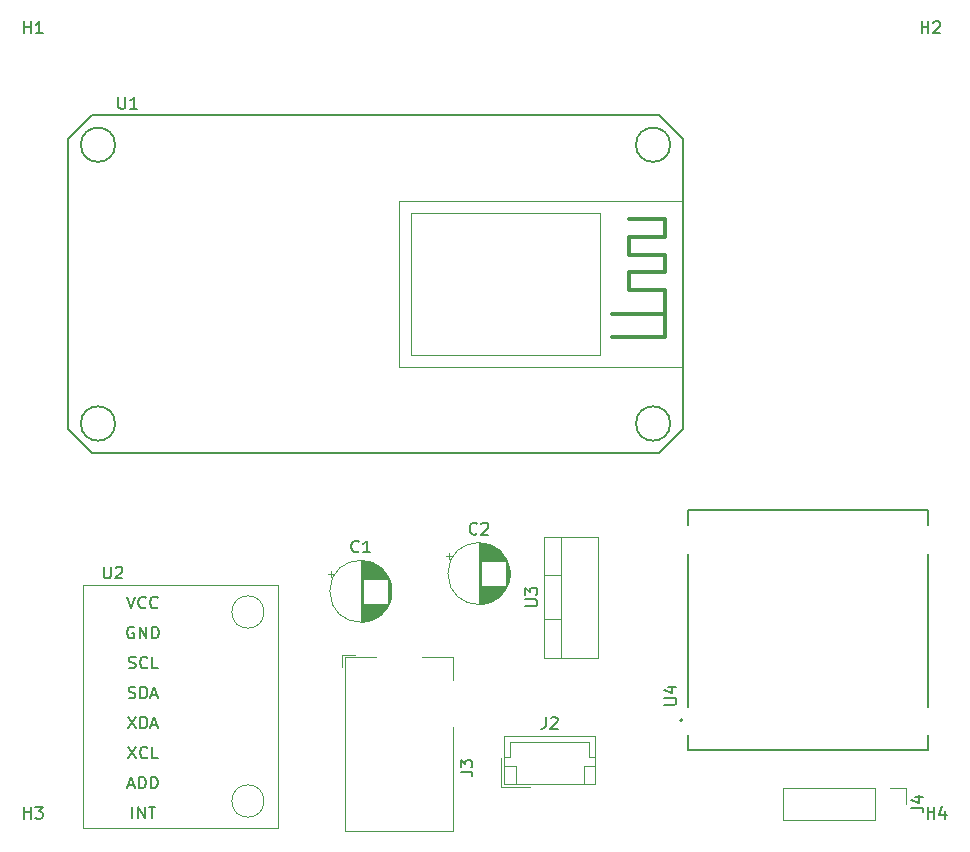
<source format=gbr>
%TF.GenerationSoftware,KiCad,Pcbnew,9.0.1-9.0.1-0~ubuntu22.04.1*%
%TF.CreationDate,2025-05-01T16:45:02+02:00*%
%TF.ProjectId,pcb,7063622e-6b69-4636-9164-5f7063625858,rev?*%
%TF.SameCoordinates,Original*%
%TF.FileFunction,Legend,Top*%
%TF.FilePolarity,Positive*%
%FSLAX46Y46*%
G04 Gerber Fmt 4.6, Leading zero omitted, Abs format (unit mm)*
G04 Created by KiCad (PCBNEW 9.0.1-9.0.1-0~ubuntu22.04.1) date 2025-05-01 16:45:02*
%MOMM*%
%LPD*%
G01*
G04 APERTURE LIST*
%ADD10C,0.150000*%
%ADD11C,0.120000*%
%ADD12C,0.127000*%
%ADD13C,0.200000*%
%ADD14C,0.300000*%
G04 APERTURE END LIST*
D10*
X190374819Y-115333333D02*
X191089104Y-115333333D01*
X191089104Y-115333333D02*
X191231961Y-115380952D01*
X191231961Y-115380952D02*
X191327200Y-115476190D01*
X191327200Y-115476190D02*
X191374819Y-115619047D01*
X191374819Y-115619047D02*
X191374819Y-115714285D01*
X190708152Y-114428571D02*
X191374819Y-114428571D01*
X190327200Y-114666666D02*
X191041485Y-114904761D01*
X191041485Y-114904761D02*
X191041485Y-114285714D01*
X191738095Y-116254819D02*
X191738095Y-115254819D01*
X191738095Y-115731009D02*
X192309523Y-115731009D01*
X192309523Y-116254819D02*
X192309523Y-115254819D01*
X193214285Y-115588152D02*
X193214285Y-116254819D01*
X192976190Y-115207200D02*
X192738095Y-115921485D01*
X192738095Y-115921485D02*
X193357142Y-115921485D01*
X115238095Y-116254819D02*
X115238095Y-115254819D01*
X115238095Y-115731009D02*
X115809523Y-115731009D01*
X115809523Y-116254819D02*
X115809523Y-115254819D01*
X116190476Y-115254819D02*
X116809523Y-115254819D01*
X116809523Y-115254819D02*
X116476190Y-115635771D01*
X116476190Y-115635771D02*
X116619047Y-115635771D01*
X116619047Y-115635771D02*
X116714285Y-115683390D01*
X116714285Y-115683390D02*
X116761904Y-115731009D01*
X116761904Y-115731009D02*
X116809523Y-115826247D01*
X116809523Y-115826247D02*
X116809523Y-116064342D01*
X116809523Y-116064342D02*
X116761904Y-116159580D01*
X116761904Y-116159580D02*
X116714285Y-116207200D01*
X116714285Y-116207200D02*
X116619047Y-116254819D01*
X116619047Y-116254819D02*
X116333333Y-116254819D01*
X116333333Y-116254819D02*
X116238095Y-116207200D01*
X116238095Y-116207200D02*
X116190476Y-116159580D01*
X191238095Y-49754819D02*
X191238095Y-48754819D01*
X191238095Y-49231009D02*
X191809523Y-49231009D01*
X191809523Y-49754819D02*
X191809523Y-48754819D01*
X192238095Y-48850057D02*
X192285714Y-48802438D01*
X192285714Y-48802438D02*
X192380952Y-48754819D01*
X192380952Y-48754819D02*
X192619047Y-48754819D01*
X192619047Y-48754819D02*
X192714285Y-48802438D01*
X192714285Y-48802438D02*
X192761904Y-48850057D01*
X192761904Y-48850057D02*
X192809523Y-48945295D01*
X192809523Y-48945295D02*
X192809523Y-49040533D01*
X192809523Y-49040533D02*
X192761904Y-49183390D01*
X192761904Y-49183390D02*
X192190476Y-49754819D01*
X192190476Y-49754819D02*
X192809523Y-49754819D01*
X115238095Y-49754819D02*
X115238095Y-48754819D01*
X115238095Y-49231009D02*
X115809523Y-49231009D01*
X115809523Y-49754819D02*
X115809523Y-48754819D01*
X116809523Y-49754819D02*
X116238095Y-49754819D01*
X116523809Y-49754819D02*
X116523809Y-48754819D01*
X116523809Y-48754819D02*
X116428571Y-48897676D01*
X116428571Y-48897676D02*
X116333333Y-48992914D01*
X116333333Y-48992914D02*
X116238095Y-49040533D01*
X143583333Y-93609580D02*
X143535714Y-93657200D01*
X143535714Y-93657200D02*
X143392857Y-93704819D01*
X143392857Y-93704819D02*
X143297619Y-93704819D01*
X143297619Y-93704819D02*
X143154762Y-93657200D01*
X143154762Y-93657200D02*
X143059524Y-93561961D01*
X143059524Y-93561961D02*
X143011905Y-93466723D01*
X143011905Y-93466723D02*
X142964286Y-93276247D01*
X142964286Y-93276247D02*
X142964286Y-93133390D01*
X142964286Y-93133390D02*
X143011905Y-92942914D01*
X143011905Y-92942914D02*
X143059524Y-92847676D01*
X143059524Y-92847676D02*
X143154762Y-92752438D01*
X143154762Y-92752438D02*
X143297619Y-92704819D01*
X143297619Y-92704819D02*
X143392857Y-92704819D01*
X143392857Y-92704819D02*
X143535714Y-92752438D01*
X143535714Y-92752438D02*
X143583333Y-92800057D01*
X144535714Y-93704819D02*
X143964286Y-93704819D01*
X144250000Y-93704819D02*
X144250000Y-92704819D01*
X144250000Y-92704819D02*
X144154762Y-92847676D01*
X144154762Y-92847676D02*
X144059524Y-92942914D01*
X144059524Y-92942914D02*
X143964286Y-92990533D01*
X122003095Y-94913819D02*
X122003095Y-95723342D01*
X122003095Y-95723342D02*
X122050714Y-95818580D01*
X122050714Y-95818580D02*
X122098333Y-95866200D01*
X122098333Y-95866200D02*
X122193571Y-95913819D01*
X122193571Y-95913819D02*
X122384047Y-95913819D01*
X122384047Y-95913819D02*
X122479285Y-95866200D01*
X122479285Y-95866200D02*
X122526904Y-95818580D01*
X122526904Y-95818580D02*
X122574523Y-95723342D01*
X122574523Y-95723342D02*
X122574523Y-94913819D01*
X123003095Y-95009057D02*
X123050714Y-94961438D01*
X123050714Y-94961438D02*
X123145952Y-94913819D01*
X123145952Y-94913819D02*
X123384047Y-94913819D01*
X123384047Y-94913819D02*
X123479285Y-94961438D01*
X123479285Y-94961438D02*
X123526904Y-95009057D01*
X123526904Y-95009057D02*
X123574523Y-95104295D01*
X123574523Y-95104295D02*
X123574523Y-95199533D01*
X123574523Y-95199533D02*
X123526904Y-95342390D01*
X123526904Y-95342390D02*
X122955476Y-95913819D01*
X122955476Y-95913819D02*
X123574523Y-95913819D01*
X124090714Y-106026200D02*
X124233571Y-106073819D01*
X124233571Y-106073819D02*
X124471666Y-106073819D01*
X124471666Y-106073819D02*
X124566904Y-106026200D01*
X124566904Y-106026200D02*
X124614523Y-105978580D01*
X124614523Y-105978580D02*
X124662142Y-105883342D01*
X124662142Y-105883342D02*
X124662142Y-105788104D01*
X124662142Y-105788104D02*
X124614523Y-105692866D01*
X124614523Y-105692866D02*
X124566904Y-105645247D01*
X124566904Y-105645247D02*
X124471666Y-105597628D01*
X124471666Y-105597628D02*
X124281190Y-105550009D01*
X124281190Y-105550009D02*
X124185952Y-105502390D01*
X124185952Y-105502390D02*
X124138333Y-105454771D01*
X124138333Y-105454771D02*
X124090714Y-105359533D01*
X124090714Y-105359533D02*
X124090714Y-105264295D01*
X124090714Y-105264295D02*
X124138333Y-105169057D01*
X124138333Y-105169057D02*
X124185952Y-105121438D01*
X124185952Y-105121438D02*
X124281190Y-105073819D01*
X124281190Y-105073819D02*
X124519285Y-105073819D01*
X124519285Y-105073819D02*
X124662142Y-105121438D01*
X125090714Y-106073819D02*
X125090714Y-105073819D01*
X125090714Y-105073819D02*
X125328809Y-105073819D01*
X125328809Y-105073819D02*
X125471666Y-105121438D01*
X125471666Y-105121438D02*
X125566904Y-105216676D01*
X125566904Y-105216676D02*
X125614523Y-105311914D01*
X125614523Y-105311914D02*
X125662142Y-105502390D01*
X125662142Y-105502390D02*
X125662142Y-105645247D01*
X125662142Y-105645247D02*
X125614523Y-105835723D01*
X125614523Y-105835723D02*
X125566904Y-105930961D01*
X125566904Y-105930961D02*
X125471666Y-106026200D01*
X125471666Y-106026200D02*
X125328809Y-106073819D01*
X125328809Y-106073819D02*
X125090714Y-106073819D01*
X126043095Y-105788104D02*
X126519285Y-105788104D01*
X125947857Y-106073819D02*
X126281190Y-105073819D01*
X126281190Y-105073819D02*
X126614523Y-106073819D01*
X124066905Y-113408104D02*
X124543095Y-113408104D01*
X123971667Y-113693819D02*
X124305000Y-112693819D01*
X124305000Y-112693819D02*
X124638333Y-113693819D01*
X124971667Y-113693819D02*
X124971667Y-112693819D01*
X124971667Y-112693819D02*
X125209762Y-112693819D01*
X125209762Y-112693819D02*
X125352619Y-112741438D01*
X125352619Y-112741438D02*
X125447857Y-112836676D01*
X125447857Y-112836676D02*
X125495476Y-112931914D01*
X125495476Y-112931914D02*
X125543095Y-113122390D01*
X125543095Y-113122390D02*
X125543095Y-113265247D01*
X125543095Y-113265247D02*
X125495476Y-113455723D01*
X125495476Y-113455723D02*
X125447857Y-113550961D01*
X125447857Y-113550961D02*
X125352619Y-113646200D01*
X125352619Y-113646200D02*
X125209762Y-113693819D01*
X125209762Y-113693819D02*
X124971667Y-113693819D01*
X125971667Y-113693819D02*
X125971667Y-112693819D01*
X125971667Y-112693819D02*
X126209762Y-112693819D01*
X126209762Y-112693819D02*
X126352619Y-112741438D01*
X126352619Y-112741438D02*
X126447857Y-112836676D01*
X126447857Y-112836676D02*
X126495476Y-112931914D01*
X126495476Y-112931914D02*
X126543095Y-113122390D01*
X126543095Y-113122390D02*
X126543095Y-113265247D01*
X126543095Y-113265247D02*
X126495476Y-113455723D01*
X126495476Y-113455723D02*
X126447857Y-113550961D01*
X126447857Y-113550961D02*
X126352619Y-113646200D01*
X126352619Y-113646200D02*
X126209762Y-113693819D01*
X126209762Y-113693819D02*
X125971667Y-113693819D01*
X124543095Y-100041438D02*
X124447857Y-99993819D01*
X124447857Y-99993819D02*
X124305000Y-99993819D01*
X124305000Y-99993819D02*
X124162143Y-100041438D01*
X124162143Y-100041438D02*
X124066905Y-100136676D01*
X124066905Y-100136676D02*
X124019286Y-100231914D01*
X124019286Y-100231914D02*
X123971667Y-100422390D01*
X123971667Y-100422390D02*
X123971667Y-100565247D01*
X123971667Y-100565247D02*
X124019286Y-100755723D01*
X124019286Y-100755723D02*
X124066905Y-100850961D01*
X124066905Y-100850961D02*
X124162143Y-100946200D01*
X124162143Y-100946200D02*
X124305000Y-100993819D01*
X124305000Y-100993819D02*
X124400238Y-100993819D01*
X124400238Y-100993819D02*
X124543095Y-100946200D01*
X124543095Y-100946200D02*
X124590714Y-100898580D01*
X124590714Y-100898580D02*
X124590714Y-100565247D01*
X124590714Y-100565247D02*
X124400238Y-100565247D01*
X125019286Y-100993819D02*
X125019286Y-99993819D01*
X125019286Y-99993819D02*
X125590714Y-100993819D01*
X125590714Y-100993819D02*
X125590714Y-99993819D01*
X126066905Y-100993819D02*
X126066905Y-99993819D01*
X126066905Y-99993819D02*
X126305000Y-99993819D01*
X126305000Y-99993819D02*
X126447857Y-100041438D01*
X126447857Y-100041438D02*
X126543095Y-100136676D01*
X126543095Y-100136676D02*
X126590714Y-100231914D01*
X126590714Y-100231914D02*
X126638333Y-100422390D01*
X126638333Y-100422390D02*
X126638333Y-100565247D01*
X126638333Y-100565247D02*
X126590714Y-100755723D01*
X126590714Y-100755723D02*
X126543095Y-100850961D01*
X126543095Y-100850961D02*
X126447857Y-100946200D01*
X126447857Y-100946200D02*
X126305000Y-100993819D01*
X126305000Y-100993819D02*
X126066905Y-100993819D01*
X123971667Y-97453819D02*
X124305000Y-98453819D01*
X124305000Y-98453819D02*
X124638333Y-97453819D01*
X125543095Y-98358580D02*
X125495476Y-98406200D01*
X125495476Y-98406200D02*
X125352619Y-98453819D01*
X125352619Y-98453819D02*
X125257381Y-98453819D01*
X125257381Y-98453819D02*
X125114524Y-98406200D01*
X125114524Y-98406200D02*
X125019286Y-98310961D01*
X125019286Y-98310961D02*
X124971667Y-98215723D01*
X124971667Y-98215723D02*
X124924048Y-98025247D01*
X124924048Y-98025247D02*
X124924048Y-97882390D01*
X124924048Y-97882390D02*
X124971667Y-97691914D01*
X124971667Y-97691914D02*
X125019286Y-97596676D01*
X125019286Y-97596676D02*
X125114524Y-97501438D01*
X125114524Y-97501438D02*
X125257381Y-97453819D01*
X125257381Y-97453819D02*
X125352619Y-97453819D01*
X125352619Y-97453819D02*
X125495476Y-97501438D01*
X125495476Y-97501438D02*
X125543095Y-97549057D01*
X126543095Y-98358580D02*
X126495476Y-98406200D01*
X126495476Y-98406200D02*
X126352619Y-98453819D01*
X126352619Y-98453819D02*
X126257381Y-98453819D01*
X126257381Y-98453819D02*
X126114524Y-98406200D01*
X126114524Y-98406200D02*
X126019286Y-98310961D01*
X126019286Y-98310961D02*
X125971667Y-98215723D01*
X125971667Y-98215723D02*
X125924048Y-98025247D01*
X125924048Y-98025247D02*
X125924048Y-97882390D01*
X125924048Y-97882390D02*
X125971667Y-97691914D01*
X125971667Y-97691914D02*
X126019286Y-97596676D01*
X126019286Y-97596676D02*
X126114524Y-97501438D01*
X126114524Y-97501438D02*
X126257381Y-97453819D01*
X126257381Y-97453819D02*
X126352619Y-97453819D01*
X126352619Y-97453819D02*
X126495476Y-97501438D01*
X126495476Y-97501438D02*
X126543095Y-97549057D01*
X124400238Y-116233819D02*
X124400238Y-115233819D01*
X124876428Y-116233819D02*
X124876428Y-115233819D01*
X124876428Y-115233819D02*
X125447856Y-116233819D01*
X125447856Y-116233819D02*
X125447856Y-115233819D01*
X125781190Y-115233819D02*
X126352618Y-115233819D01*
X126066904Y-116233819D02*
X126066904Y-115233819D01*
X124043095Y-107613819D02*
X124709761Y-108613819D01*
X124709761Y-107613819D02*
X124043095Y-108613819D01*
X125090714Y-108613819D02*
X125090714Y-107613819D01*
X125090714Y-107613819D02*
X125328809Y-107613819D01*
X125328809Y-107613819D02*
X125471666Y-107661438D01*
X125471666Y-107661438D02*
X125566904Y-107756676D01*
X125566904Y-107756676D02*
X125614523Y-107851914D01*
X125614523Y-107851914D02*
X125662142Y-108042390D01*
X125662142Y-108042390D02*
X125662142Y-108185247D01*
X125662142Y-108185247D02*
X125614523Y-108375723D01*
X125614523Y-108375723D02*
X125566904Y-108470961D01*
X125566904Y-108470961D02*
X125471666Y-108566200D01*
X125471666Y-108566200D02*
X125328809Y-108613819D01*
X125328809Y-108613819D02*
X125090714Y-108613819D01*
X126043095Y-108328104D02*
X126519285Y-108328104D01*
X125947857Y-108613819D02*
X126281190Y-107613819D01*
X126281190Y-107613819D02*
X126614523Y-108613819D01*
X124114524Y-103486200D02*
X124257381Y-103533819D01*
X124257381Y-103533819D02*
X124495476Y-103533819D01*
X124495476Y-103533819D02*
X124590714Y-103486200D01*
X124590714Y-103486200D02*
X124638333Y-103438580D01*
X124638333Y-103438580D02*
X124685952Y-103343342D01*
X124685952Y-103343342D02*
X124685952Y-103248104D01*
X124685952Y-103248104D02*
X124638333Y-103152866D01*
X124638333Y-103152866D02*
X124590714Y-103105247D01*
X124590714Y-103105247D02*
X124495476Y-103057628D01*
X124495476Y-103057628D02*
X124305000Y-103010009D01*
X124305000Y-103010009D02*
X124209762Y-102962390D01*
X124209762Y-102962390D02*
X124162143Y-102914771D01*
X124162143Y-102914771D02*
X124114524Y-102819533D01*
X124114524Y-102819533D02*
X124114524Y-102724295D01*
X124114524Y-102724295D02*
X124162143Y-102629057D01*
X124162143Y-102629057D02*
X124209762Y-102581438D01*
X124209762Y-102581438D02*
X124305000Y-102533819D01*
X124305000Y-102533819D02*
X124543095Y-102533819D01*
X124543095Y-102533819D02*
X124685952Y-102581438D01*
X125685952Y-103438580D02*
X125638333Y-103486200D01*
X125638333Y-103486200D02*
X125495476Y-103533819D01*
X125495476Y-103533819D02*
X125400238Y-103533819D01*
X125400238Y-103533819D02*
X125257381Y-103486200D01*
X125257381Y-103486200D02*
X125162143Y-103390961D01*
X125162143Y-103390961D02*
X125114524Y-103295723D01*
X125114524Y-103295723D02*
X125066905Y-103105247D01*
X125066905Y-103105247D02*
X125066905Y-102962390D01*
X125066905Y-102962390D02*
X125114524Y-102771914D01*
X125114524Y-102771914D02*
X125162143Y-102676676D01*
X125162143Y-102676676D02*
X125257381Y-102581438D01*
X125257381Y-102581438D02*
X125400238Y-102533819D01*
X125400238Y-102533819D02*
X125495476Y-102533819D01*
X125495476Y-102533819D02*
X125638333Y-102581438D01*
X125638333Y-102581438D02*
X125685952Y-102629057D01*
X126590714Y-103533819D02*
X126114524Y-103533819D01*
X126114524Y-103533819D02*
X126114524Y-102533819D01*
X124066905Y-110153819D02*
X124733571Y-111153819D01*
X124733571Y-110153819D02*
X124066905Y-111153819D01*
X125685952Y-111058580D02*
X125638333Y-111106200D01*
X125638333Y-111106200D02*
X125495476Y-111153819D01*
X125495476Y-111153819D02*
X125400238Y-111153819D01*
X125400238Y-111153819D02*
X125257381Y-111106200D01*
X125257381Y-111106200D02*
X125162143Y-111010961D01*
X125162143Y-111010961D02*
X125114524Y-110915723D01*
X125114524Y-110915723D02*
X125066905Y-110725247D01*
X125066905Y-110725247D02*
X125066905Y-110582390D01*
X125066905Y-110582390D02*
X125114524Y-110391914D01*
X125114524Y-110391914D02*
X125162143Y-110296676D01*
X125162143Y-110296676D02*
X125257381Y-110201438D01*
X125257381Y-110201438D02*
X125400238Y-110153819D01*
X125400238Y-110153819D02*
X125495476Y-110153819D01*
X125495476Y-110153819D02*
X125638333Y-110201438D01*
X125638333Y-110201438D02*
X125685952Y-110249057D01*
X126590714Y-111153819D02*
X126114524Y-111153819D01*
X126114524Y-111153819D02*
X126114524Y-110153819D01*
X157684819Y-98261904D02*
X158494342Y-98261904D01*
X158494342Y-98261904D02*
X158589580Y-98214285D01*
X158589580Y-98214285D02*
X158637200Y-98166666D01*
X158637200Y-98166666D02*
X158684819Y-98071428D01*
X158684819Y-98071428D02*
X158684819Y-97880952D01*
X158684819Y-97880952D02*
X158637200Y-97785714D01*
X158637200Y-97785714D02*
X158589580Y-97738095D01*
X158589580Y-97738095D02*
X158494342Y-97690476D01*
X158494342Y-97690476D02*
X157684819Y-97690476D01*
X157684819Y-97309523D02*
X157684819Y-96690476D01*
X157684819Y-96690476D02*
X158065771Y-97023809D01*
X158065771Y-97023809D02*
X158065771Y-96880952D01*
X158065771Y-96880952D02*
X158113390Y-96785714D01*
X158113390Y-96785714D02*
X158161009Y-96738095D01*
X158161009Y-96738095D02*
X158256247Y-96690476D01*
X158256247Y-96690476D02*
X158494342Y-96690476D01*
X158494342Y-96690476D02*
X158589580Y-96738095D01*
X158589580Y-96738095D02*
X158637200Y-96785714D01*
X158637200Y-96785714D02*
X158684819Y-96880952D01*
X158684819Y-96880952D02*
X158684819Y-97166666D01*
X158684819Y-97166666D02*
X158637200Y-97261904D01*
X158637200Y-97261904D02*
X158589580Y-97309523D01*
X152204819Y-112283333D02*
X152919104Y-112283333D01*
X152919104Y-112283333D02*
X153061961Y-112330952D01*
X153061961Y-112330952D02*
X153157200Y-112426190D01*
X153157200Y-112426190D02*
X153204819Y-112569047D01*
X153204819Y-112569047D02*
X153204819Y-112664285D01*
X152204819Y-111902380D02*
X152204819Y-111283333D01*
X152204819Y-111283333D02*
X152585771Y-111616666D01*
X152585771Y-111616666D02*
X152585771Y-111473809D01*
X152585771Y-111473809D02*
X152633390Y-111378571D01*
X152633390Y-111378571D02*
X152681009Y-111330952D01*
X152681009Y-111330952D02*
X152776247Y-111283333D01*
X152776247Y-111283333D02*
X153014342Y-111283333D01*
X153014342Y-111283333D02*
X153109580Y-111330952D01*
X153109580Y-111330952D02*
X153157200Y-111378571D01*
X153157200Y-111378571D02*
X153204819Y-111473809D01*
X153204819Y-111473809D02*
X153204819Y-111759523D01*
X153204819Y-111759523D02*
X153157200Y-111854761D01*
X153157200Y-111854761D02*
X153109580Y-111902380D01*
X169461619Y-106605104D02*
X170271142Y-106605104D01*
X170271142Y-106605104D02*
X170366380Y-106557485D01*
X170366380Y-106557485D02*
X170414000Y-106509866D01*
X170414000Y-106509866D02*
X170461619Y-106414628D01*
X170461619Y-106414628D02*
X170461619Y-106224152D01*
X170461619Y-106224152D02*
X170414000Y-106128914D01*
X170414000Y-106128914D02*
X170366380Y-106081295D01*
X170366380Y-106081295D02*
X170271142Y-106033676D01*
X170271142Y-106033676D02*
X169461619Y-106033676D01*
X169794952Y-105128914D02*
X170461619Y-105128914D01*
X169414000Y-105367009D02*
X170128285Y-105605104D01*
X170128285Y-105605104D02*
X170128285Y-104986057D01*
X123238095Y-55154819D02*
X123238095Y-55964342D01*
X123238095Y-55964342D02*
X123285714Y-56059580D01*
X123285714Y-56059580D02*
X123333333Y-56107200D01*
X123333333Y-56107200D02*
X123428571Y-56154819D01*
X123428571Y-56154819D02*
X123619047Y-56154819D01*
X123619047Y-56154819D02*
X123714285Y-56107200D01*
X123714285Y-56107200D02*
X123761904Y-56059580D01*
X123761904Y-56059580D02*
X123809523Y-55964342D01*
X123809523Y-55964342D02*
X123809523Y-55154819D01*
X124809523Y-56154819D02*
X124238095Y-56154819D01*
X124523809Y-56154819D02*
X124523809Y-55154819D01*
X124523809Y-55154819D02*
X124428571Y-55297676D01*
X124428571Y-55297676D02*
X124333333Y-55392914D01*
X124333333Y-55392914D02*
X124238095Y-55440533D01*
X159416666Y-107654819D02*
X159416666Y-108369104D01*
X159416666Y-108369104D02*
X159369047Y-108511961D01*
X159369047Y-108511961D02*
X159273809Y-108607200D01*
X159273809Y-108607200D02*
X159130952Y-108654819D01*
X159130952Y-108654819D02*
X159035714Y-108654819D01*
X159845238Y-107750057D02*
X159892857Y-107702438D01*
X159892857Y-107702438D02*
X159988095Y-107654819D01*
X159988095Y-107654819D02*
X160226190Y-107654819D01*
X160226190Y-107654819D02*
X160321428Y-107702438D01*
X160321428Y-107702438D02*
X160369047Y-107750057D01*
X160369047Y-107750057D02*
X160416666Y-107845295D01*
X160416666Y-107845295D02*
X160416666Y-107940533D01*
X160416666Y-107940533D02*
X160369047Y-108083390D01*
X160369047Y-108083390D02*
X159797619Y-108654819D01*
X159797619Y-108654819D02*
X160416666Y-108654819D01*
X153583333Y-92109580D02*
X153535714Y-92157200D01*
X153535714Y-92157200D02*
X153392857Y-92204819D01*
X153392857Y-92204819D02*
X153297619Y-92204819D01*
X153297619Y-92204819D02*
X153154762Y-92157200D01*
X153154762Y-92157200D02*
X153059524Y-92061961D01*
X153059524Y-92061961D02*
X153011905Y-91966723D01*
X153011905Y-91966723D02*
X152964286Y-91776247D01*
X152964286Y-91776247D02*
X152964286Y-91633390D01*
X152964286Y-91633390D02*
X153011905Y-91442914D01*
X153011905Y-91442914D02*
X153059524Y-91347676D01*
X153059524Y-91347676D02*
X153154762Y-91252438D01*
X153154762Y-91252438D02*
X153297619Y-91204819D01*
X153297619Y-91204819D02*
X153392857Y-91204819D01*
X153392857Y-91204819D02*
X153535714Y-91252438D01*
X153535714Y-91252438D02*
X153583333Y-91300057D01*
X153964286Y-91300057D02*
X154011905Y-91252438D01*
X154011905Y-91252438D02*
X154107143Y-91204819D01*
X154107143Y-91204819D02*
X154345238Y-91204819D01*
X154345238Y-91204819D02*
X154440476Y-91252438D01*
X154440476Y-91252438D02*
X154488095Y-91300057D01*
X154488095Y-91300057D02*
X154535714Y-91395295D01*
X154535714Y-91395295D02*
X154535714Y-91490533D01*
X154535714Y-91490533D02*
X154488095Y-91633390D01*
X154488095Y-91633390D02*
X153916667Y-92204819D01*
X153916667Y-92204819D02*
X154535714Y-92204819D01*
D11*
%TO.C,J4*%
X179540000Y-113620000D02*
X179540000Y-116380000D01*
X187270000Y-113620000D02*
X179540000Y-113620000D01*
X187270000Y-113620000D02*
X187270000Y-116380000D01*
X187270000Y-116380000D02*
X179540000Y-116380000D01*
X188540000Y-113620000D02*
X189920000Y-113620000D01*
X189920000Y-113620000D02*
X189920000Y-115000000D01*
%TO.C,C1*%
X140945225Y-95525000D02*
X141445225Y-95525000D01*
X141195225Y-95275000D02*
X141195225Y-95775000D01*
X143750000Y-94420000D02*
X143750000Y-99580000D01*
X143790000Y-94420000D02*
X143790000Y-99580000D01*
X143830000Y-94421000D02*
X143830000Y-99579000D01*
X143870000Y-94423000D02*
X143870000Y-99577000D01*
X143910000Y-94425000D02*
X143910000Y-99575000D01*
X143950000Y-94428000D02*
X143950000Y-99572000D01*
X143990000Y-94431000D02*
X143990000Y-95960000D01*
X143990000Y-98040000D02*
X143990000Y-99569000D01*
X144030000Y-94435000D02*
X144030000Y-95960000D01*
X144030000Y-98040000D02*
X144030000Y-99565000D01*
X144070000Y-94440000D02*
X144070000Y-95960000D01*
X144070000Y-98040000D02*
X144070000Y-99560000D01*
X144110000Y-94445000D02*
X144110000Y-95960000D01*
X144110000Y-98040000D02*
X144110000Y-99555000D01*
X144150000Y-94451000D02*
X144150000Y-95960000D01*
X144150000Y-98040000D02*
X144150000Y-99549000D01*
X144190000Y-94457000D02*
X144190000Y-95960000D01*
X144190000Y-98040000D02*
X144190000Y-99543000D01*
X144230000Y-94464000D02*
X144230000Y-95960000D01*
X144230000Y-98040000D02*
X144230000Y-99536000D01*
X144270000Y-94472000D02*
X144270000Y-95960000D01*
X144270000Y-98040000D02*
X144270000Y-99528000D01*
X144310000Y-94481000D02*
X144310000Y-95960000D01*
X144310000Y-98040000D02*
X144310000Y-99519000D01*
X144350000Y-94490000D02*
X144350000Y-95960000D01*
X144350000Y-98040000D02*
X144350000Y-99510000D01*
X144390000Y-94499000D02*
X144390000Y-95960000D01*
X144390000Y-98040000D02*
X144390000Y-99501000D01*
X144430000Y-94510000D02*
X144430000Y-95960000D01*
X144430000Y-98040000D02*
X144430000Y-99490000D01*
X144470000Y-94521000D02*
X144470000Y-95960000D01*
X144470000Y-98040000D02*
X144470000Y-99479000D01*
X144510000Y-94533000D02*
X144510000Y-95960000D01*
X144510000Y-98040000D02*
X144510000Y-99467000D01*
X144550000Y-94545000D02*
X144550000Y-95960000D01*
X144550000Y-98040000D02*
X144550000Y-99455000D01*
X144590000Y-94558000D02*
X144590000Y-95960000D01*
X144590000Y-98040000D02*
X144590000Y-99442000D01*
X144630000Y-94572000D02*
X144630000Y-95960000D01*
X144630000Y-98040000D02*
X144630000Y-99428000D01*
X144670000Y-94587000D02*
X144670000Y-95960000D01*
X144670000Y-98040000D02*
X144670000Y-99413000D01*
X144710000Y-94602000D02*
X144710000Y-95960000D01*
X144710000Y-98040000D02*
X144710000Y-99398000D01*
X144750000Y-94618000D02*
X144750000Y-95960000D01*
X144750000Y-98040000D02*
X144750000Y-99382000D01*
X144790000Y-94635000D02*
X144790000Y-95960000D01*
X144790000Y-98040000D02*
X144790000Y-99365000D01*
X144830000Y-94653000D02*
X144830000Y-95960000D01*
X144830000Y-98040000D02*
X144830000Y-99347000D01*
X144870000Y-94671000D02*
X144870000Y-95960000D01*
X144870000Y-98040000D02*
X144870000Y-99329000D01*
X144910000Y-94691000D02*
X144910000Y-95960000D01*
X144910000Y-98040000D02*
X144910000Y-99309000D01*
X144950000Y-94711000D02*
X144950000Y-95960000D01*
X144950000Y-98040000D02*
X144950000Y-99289000D01*
X144990000Y-94732000D02*
X144990000Y-95960000D01*
X144990000Y-98040000D02*
X144990000Y-99268000D01*
X145030000Y-94754000D02*
X145030000Y-95960000D01*
X145030000Y-98040000D02*
X145030000Y-99246000D01*
X145070000Y-94777000D02*
X145070000Y-95960000D01*
X145070000Y-98040000D02*
X145070000Y-99223000D01*
X145110000Y-94801000D02*
X145110000Y-95960000D01*
X145110000Y-98040000D02*
X145110000Y-99199000D01*
X145150000Y-94825000D02*
X145150000Y-95960000D01*
X145150000Y-98040000D02*
X145150000Y-99175000D01*
X145190000Y-94851000D02*
X145190000Y-95960000D01*
X145190000Y-98040000D02*
X145190000Y-99149000D01*
X145230000Y-94878000D02*
X145230000Y-95960000D01*
X145230000Y-98040000D02*
X145230000Y-99122000D01*
X145270000Y-94906000D02*
X145270000Y-95960000D01*
X145270000Y-98040000D02*
X145270000Y-99094000D01*
X145310000Y-94935000D02*
X145310000Y-95960000D01*
X145310000Y-98040000D02*
X145310000Y-99065000D01*
X145350000Y-94965000D02*
X145350000Y-95960000D01*
X145350000Y-98040000D02*
X145350000Y-99035000D01*
X145390000Y-94997000D02*
X145390000Y-95960000D01*
X145390000Y-98040000D02*
X145390000Y-99003000D01*
X145430000Y-95030000D02*
X145430000Y-95960000D01*
X145430000Y-98040000D02*
X145430000Y-98970000D01*
X145470000Y-95064000D02*
X145470000Y-95960000D01*
X145470000Y-98040000D02*
X145470000Y-98936000D01*
X145510000Y-95099000D02*
X145510000Y-95960000D01*
X145510000Y-98040000D02*
X145510000Y-98901000D01*
X145550000Y-95136000D02*
X145550000Y-95960000D01*
X145550000Y-98040000D02*
X145550000Y-98864000D01*
X145590000Y-95175000D02*
X145590000Y-95960000D01*
X145590000Y-98040000D02*
X145590000Y-98825000D01*
X145630000Y-95215000D02*
X145630000Y-95960000D01*
X145630000Y-98040000D02*
X145630000Y-98785000D01*
X145670000Y-95257000D02*
X145670000Y-95960000D01*
X145670000Y-98040000D02*
X145670000Y-98743000D01*
X145710000Y-95301000D02*
X145710000Y-95960000D01*
X145710000Y-98040000D02*
X145710000Y-98699000D01*
X145750000Y-95348000D02*
X145750000Y-95960000D01*
X145750000Y-98040000D02*
X145750000Y-98652000D01*
X145790000Y-95396000D02*
X145790000Y-95960000D01*
X145790000Y-98040000D02*
X145790000Y-98604000D01*
X145830000Y-95447000D02*
X145830000Y-95960000D01*
X145830000Y-98040000D02*
X145830000Y-98553000D01*
X145870000Y-95501000D02*
X145870000Y-95960000D01*
X145870000Y-98040000D02*
X145870000Y-98499000D01*
X145910000Y-95557000D02*
X145910000Y-95960000D01*
X145910000Y-98040000D02*
X145910000Y-98443000D01*
X145950000Y-95617000D02*
X145950000Y-95960000D01*
X145950000Y-98040000D02*
X145950000Y-98383000D01*
X145990000Y-95681000D02*
X145990000Y-95960000D01*
X145990000Y-98040000D02*
X145990000Y-98319000D01*
X146030000Y-95749000D02*
X146030000Y-95960000D01*
X146030000Y-98040000D02*
X146030000Y-98251000D01*
X146070000Y-95823000D02*
X146070000Y-98177000D01*
X146110000Y-95902000D02*
X146110000Y-98098000D01*
X146150000Y-95989000D02*
X146150000Y-98011000D01*
X146190000Y-96086000D02*
X146190000Y-97914000D01*
X146230000Y-96195000D02*
X146230000Y-97805000D01*
X146270000Y-96323000D02*
X146270000Y-97677000D01*
X146310000Y-96483000D02*
X146310000Y-97517000D01*
X146350000Y-96717000D02*
X146350000Y-97283000D01*
X146370000Y-97000000D02*
G75*
G02*
X141130000Y-97000000I-2620000J0D01*
G01*
X141130000Y-97000000D02*
G75*
G02*
X146370000Y-97000000I2620000J0D01*
G01*
%TO.C,U2*%
X120225000Y-96475000D02*
X136735000Y-96475000D01*
X120225000Y-117049000D02*
X120225000Y-96475000D01*
X136735000Y-96475000D02*
X136735000Y-117049000D01*
X136735000Y-117049000D02*
X120225000Y-117049000D01*
X135562832Y-98761000D02*
G75*
G02*
X132827168Y-98761000I-1367832J0D01*
G01*
X132827168Y-98761000D02*
G75*
G02*
X135562832Y-98761000I1367832J0D01*
G01*
X135562832Y-114763000D02*
G75*
G02*
X132827168Y-114763000I-1367832J0D01*
G01*
X132827168Y-114763000D02*
G75*
G02*
X135562832Y-114763000I1367832J0D01*
G01*
%TO.C,U3*%
X159230000Y-92380000D02*
X163871000Y-92380000D01*
X159230000Y-95649000D02*
X160740000Y-95649000D01*
X159230000Y-99350000D02*
X160740000Y-99350000D01*
X159230000Y-102620000D02*
X159230000Y-92380000D01*
X159230000Y-102620000D02*
X163871000Y-102620000D01*
X160740000Y-102620000D02*
X160740000Y-92380000D01*
X163871000Y-102620000D02*
X163871000Y-92380000D01*
%TO.C,J3*%
X142200000Y-103450000D02*
X142200000Y-102400000D01*
X142400000Y-102600000D02*
X145000000Y-102600000D01*
X142400000Y-117300000D02*
X142400000Y-102600000D01*
X143250000Y-102400000D02*
X142200000Y-102400000D01*
X148900000Y-102600000D02*
X151600000Y-102600000D01*
X151600000Y-102600000D02*
X151600000Y-104500000D01*
X151600000Y-108500000D02*
X151600000Y-117300000D01*
X151600000Y-117300000D02*
X142400000Y-117300000D01*
D12*
%TO.C,U4*%
X171460000Y-91420000D02*
X171460000Y-90150000D01*
X171460000Y-106810000D02*
X171460000Y-93810000D01*
X171460000Y-109200000D02*
X171460000Y-110470000D01*
X171460000Y-110470000D02*
X191780000Y-110470000D01*
X191780000Y-90150000D02*
X171460000Y-90150000D01*
X191780000Y-91420000D02*
X191780000Y-90150000D01*
X191780000Y-106810000D02*
X191780000Y-93810000D01*
X191780000Y-109200000D02*
X191780000Y-110470000D01*
D13*
X170991800Y-107930000D02*
G75*
G02*
X170791800Y-107930000I-100000J0D01*
G01*
X170791800Y-107930000D02*
G75*
G02*
X170991800Y-107930000I100000J0D01*
G01*
D10*
%TO.C,U1*%
X119000000Y-58700000D02*
X121000000Y-56700000D01*
X119000000Y-83300000D02*
X119000000Y-58700000D01*
X119000000Y-83300000D02*
X121000000Y-85300000D01*
X121000000Y-56700000D02*
X169000000Y-56700000D01*
D11*
X147000000Y-64000000D02*
X147000000Y-78000000D01*
X147000000Y-78000000D02*
X171000000Y-78000000D01*
X148000000Y-65000000D02*
X148000000Y-77000000D01*
X148000000Y-77000000D02*
X164000000Y-77000000D01*
X164000000Y-65000000D02*
X148000000Y-65000000D01*
X164000000Y-77000000D02*
X164000000Y-65000000D01*
D14*
X165000000Y-73500000D02*
X169500000Y-73500000D01*
X165000000Y-75500000D02*
X169500000Y-75500000D01*
X166500000Y-67000000D02*
X169500000Y-67000000D01*
X166500000Y-68500000D02*
X166500000Y-67000000D01*
X166500000Y-70000000D02*
X169500000Y-70000000D01*
X166500000Y-71500000D02*
X166500000Y-70000000D01*
D10*
X169000000Y-56700000D02*
X171000000Y-58700000D01*
X169000000Y-85300000D02*
X121000000Y-85300000D01*
X169000000Y-85300000D02*
X171000000Y-83300000D01*
D14*
X169500000Y-65500000D02*
X166500000Y-65500000D01*
X169500000Y-67000000D02*
X169500000Y-65500000D01*
X169500000Y-68500000D02*
X166500000Y-68500000D01*
X169500000Y-70000000D02*
X169500000Y-68500000D01*
X169500000Y-71500000D02*
X166500000Y-71500000D01*
X169500000Y-75500000D02*
X169500000Y-71500000D01*
D10*
X171000000Y-58700000D02*
X171000000Y-83300000D01*
D11*
X171000000Y-64000000D02*
X147000000Y-64000000D01*
D10*
X122950000Y-59200000D02*
G75*
G02*
X120050000Y-59200000I-1450000J0D01*
G01*
X120050000Y-59200000D02*
G75*
G02*
X122950000Y-59200000I1450000J0D01*
G01*
X122950000Y-82800000D02*
G75*
G02*
X120050000Y-82800000I-1450000J0D01*
G01*
X120050000Y-82800000D02*
G75*
G02*
X122950000Y-82800000I1450000J0D01*
G01*
X169950000Y-59200000D02*
G75*
G02*
X167050000Y-59200000I-1450000J0D01*
G01*
X167050000Y-59200000D02*
G75*
G02*
X169950000Y-59200000I1450000J0D01*
G01*
X169950000Y-82800000D02*
G75*
G02*
X167050000Y-82800000I-1450000J0D01*
G01*
X167050000Y-82800000D02*
G75*
G02*
X169950000Y-82800000I1450000J0D01*
G01*
D11*
%TO.C,J2*%
X155590000Y-111110000D02*
X155590000Y-113610000D01*
X155590000Y-113610000D02*
X158090000Y-113610000D01*
X155890000Y-109290000D02*
X155890000Y-113310000D01*
X155890000Y-111000000D02*
X156390000Y-111000000D01*
X155890000Y-111810000D02*
X156890000Y-111810000D01*
X155890000Y-113310000D02*
X163610000Y-113310000D01*
X156390000Y-109790000D02*
X163110000Y-109790000D01*
X156390000Y-111000000D02*
X156390000Y-109790000D01*
X156890000Y-111810000D02*
X156890000Y-113310000D01*
X162610000Y-111810000D02*
X162610000Y-113310000D01*
X163110000Y-109790000D02*
X163110000Y-111000000D01*
X163110000Y-111000000D02*
X163610000Y-111000000D01*
X163610000Y-109290000D02*
X155890000Y-109290000D01*
X163610000Y-111810000D02*
X162610000Y-111810000D01*
X163610000Y-113310000D02*
X163610000Y-109290000D01*
%TO.C,C2*%
X150945225Y-94025000D02*
X151445225Y-94025000D01*
X151195225Y-93775000D02*
X151195225Y-94275000D01*
X153750000Y-92920000D02*
X153750000Y-98080000D01*
X153790000Y-92920000D02*
X153790000Y-98080000D01*
X153830000Y-92921000D02*
X153830000Y-98079000D01*
X153870000Y-92923000D02*
X153870000Y-98077000D01*
X153910000Y-92925000D02*
X153910000Y-98075000D01*
X153950000Y-92928000D02*
X153950000Y-98072000D01*
X153990000Y-92931000D02*
X153990000Y-94460000D01*
X153990000Y-96540000D02*
X153990000Y-98069000D01*
X154030000Y-92935000D02*
X154030000Y-94460000D01*
X154030000Y-96540000D02*
X154030000Y-98065000D01*
X154070000Y-92940000D02*
X154070000Y-94460000D01*
X154070000Y-96540000D02*
X154070000Y-98060000D01*
X154110000Y-92945000D02*
X154110000Y-94460000D01*
X154110000Y-96540000D02*
X154110000Y-98055000D01*
X154150000Y-92951000D02*
X154150000Y-94460000D01*
X154150000Y-96540000D02*
X154150000Y-98049000D01*
X154190000Y-92957000D02*
X154190000Y-94460000D01*
X154190000Y-96540000D02*
X154190000Y-98043000D01*
X154230000Y-92964000D02*
X154230000Y-94460000D01*
X154230000Y-96540000D02*
X154230000Y-98036000D01*
X154270000Y-92972000D02*
X154270000Y-94460000D01*
X154270000Y-96540000D02*
X154270000Y-98028000D01*
X154310000Y-92981000D02*
X154310000Y-94460000D01*
X154310000Y-96540000D02*
X154310000Y-98019000D01*
X154350000Y-92990000D02*
X154350000Y-94460000D01*
X154350000Y-96540000D02*
X154350000Y-98010000D01*
X154390000Y-92999000D02*
X154390000Y-94460000D01*
X154390000Y-96540000D02*
X154390000Y-98001000D01*
X154430000Y-93010000D02*
X154430000Y-94460000D01*
X154430000Y-96540000D02*
X154430000Y-97990000D01*
X154470000Y-93021000D02*
X154470000Y-94460000D01*
X154470000Y-96540000D02*
X154470000Y-97979000D01*
X154510000Y-93033000D02*
X154510000Y-94460000D01*
X154510000Y-96540000D02*
X154510000Y-97967000D01*
X154550000Y-93045000D02*
X154550000Y-94460000D01*
X154550000Y-96540000D02*
X154550000Y-97955000D01*
X154590000Y-93058000D02*
X154590000Y-94460000D01*
X154590000Y-96540000D02*
X154590000Y-97942000D01*
X154630000Y-93072000D02*
X154630000Y-94460000D01*
X154630000Y-96540000D02*
X154630000Y-97928000D01*
X154670000Y-93087000D02*
X154670000Y-94460000D01*
X154670000Y-96540000D02*
X154670000Y-97913000D01*
X154710000Y-93102000D02*
X154710000Y-94460000D01*
X154710000Y-96540000D02*
X154710000Y-97898000D01*
X154750000Y-93118000D02*
X154750000Y-94460000D01*
X154750000Y-96540000D02*
X154750000Y-97882000D01*
X154790000Y-93135000D02*
X154790000Y-94460000D01*
X154790000Y-96540000D02*
X154790000Y-97865000D01*
X154830000Y-93153000D02*
X154830000Y-94460000D01*
X154830000Y-96540000D02*
X154830000Y-97847000D01*
X154870000Y-93171000D02*
X154870000Y-94460000D01*
X154870000Y-96540000D02*
X154870000Y-97829000D01*
X154910000Y-93191000D02*
X154910000Y-94460000D01*
X154910000Y-96540000D02*
X154910000Y-97809000D01*
X154950000Y-93211000D02*
X154950000Y-94460000D01*
X154950000Y-96540000D02*
X154950000Y-97789000D01*
X154990000Y-93232000D02*
X154990000Y-94460000D01*
X154990000Y-96540000D02*
X154990000Y-97768000D01*
X155030000Y-93254000D02*
X155030000Y-94460000D01*
X155030000Y-96540000D02*
X155030000Y-97746000D01*
X155070000Y-93277000D02*
X155070000Y-94460000D01*
X155070000Y-96540000D02*
X155070000Y-97723000D01*
X155110000Y-93301000D02*
X155110000Y-94460000D01*
X155110000Y-96540000D02*
X155110000Y-97699000D01*
X155150000Y-93325000D02*
X155150000Y-94460000D01*
X155150000Y-96540000D02*
X155150000Y-97675000D01*
X155190000Y-93351000D02*
X155190000Y-94460000D01*
X155190000Y-96540000D02*
X155190000Y-97649000D01*
X155230000Y-93378000D02*
X155230000Y-94460000D01*
X155230000Y-96540000D02*
X155230000Y-97622000D01*
X155270000Y-93406000D02*
X155270000Y-94460000D01*
X155270000Y-96540000D02*
X155270000Y-97594000D01*
X155310000Y-93435000D02*
X155310000Y-94460000D01*
X155310000Y-96540000D02*
X155310000Y-97565000D01*
X155350000Y-93465000D02*
X155350000Y-94460000D01*
X155350000Y-96540000D02*
X155350000Y-97535000D01*
X155390000Y-93497000D02*
X155390000Y-94460000D01*
X155390000Y-96540000D02*
X155390000Y-97503000D01*
X155430000Y-93530000D02*
X155430000Y-94460000D01*
X155430000Y-96540000D02*
X155430000Y-97470000D01*
X155470000Y-93564000D02*
X155470000Y-94460000D01*
X155470000Y-96540000D02*
X155470000Y-97436000D01*
X155510000Y-93599000D02*
X155510000Y-94460000D01*
X155510000Y-96540000D02*
X155510000Y-97401000D01*
X155550000Y-93636000D02*
X155550000Y-94460000D01*
X155550000Y-96540000D02*
X155550000Y-97364000D01*
X155590000Y-93675000D02*
X155590000Y-94460000D01*
X155590000Y-96540000D02*
X155590000Y-97325000D01*
X155630000Y-93715000D02*
X155630000Y-94460000D01*
X155630000Y-96540000D02*
X155630000Y-97285000D01*
X155670000Y-93757000D02*
X155670000Y-94460000D01*
X155670000Y-96540000D02*
X155670000Y-97243000D01*
X155710000Y-93801000D02*
X155710000Y-94460000D01*
X155710000Y-96540000D02*
X155710000Y-97199000D01*
X155750000Y-93848000D02*
X155750000Y-94460000D01*
X155750000Y-96540000D02*
X155750000Y-97152000D01*
X155790000Y-93896000D02*
X155790000Y-94460000D01*
X155790000Y-96540000D02*
X155790000Y-97104000D01*
X155830000Y-93947000D02*
X155830000Y-94460000D01*
X155830000Y-96540000D02*
X155830000Y-97053000D01*
X155870000Y-94001000D02*
X155870000Y-94460000D01*
X155870000Y-96540000D02*
X155870000Y-96999000D01*
X155910000Y-94057000D02*
X155910000Y-94460000D01*
X155910000Y-96540000D02*
X155910000Y-96943000D01*
X155950000Y-94117000D02*
X155950000Y-94460000D01*
X155950000Y-96540000D02*
X155950000Y-96883000D01*
X155990000Y-94181000D02*
X155990000Y-94460000D01*
X155990000Y-96540000D02*
X155990000Y-96819000D01*
X156030000Y-94249000D02*
X156030000Y-94460000D01*
X156030000Y-96540000D02*
X156030000Y-96751000D01*
X156070000Y-94323000D02*
X156070000Y-96677000D01*
X156110000Y-94402000D02*
X156110000Y-96598000D01*
X156150000Y-94489000D02*
X156150000Y-96511000D01*
X156190000Y-94586000D02*
X156190000Y-96414000D01*
X156230000Y-94695000D02*
X156230000Y-96305000D01*
X156270000Y-94823000D02*
X156270000Y-96177000D01*
X156310000Y-94983000D02*
X156310000Y-96017000D01*
X156350000Y-95217000D02*
X156350000Y-95783000D01*
X156370000Y-95500000D02*
G75*
G02*
X151130000Y-95500000I-2620000J0D01*
G01*
X151130000Y-95500000D02*
G75*
G02*
X156370000Y-95500000I2620000J0D01*
G01*
%TD*%
M02*

</source>
